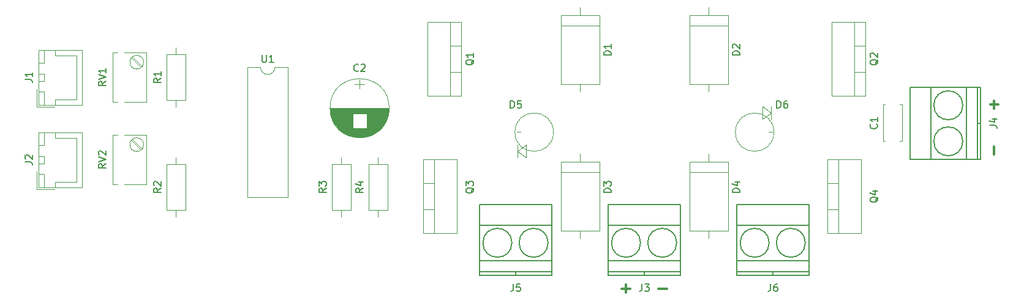
<source format=gto>
G04 #@! TF.FileFunction,Legend,Top*
%FSLAX46Y46*%
G04 Gerber Fmt 4.6, Leading zero omitted, Abs format (unit mm)*
G04 Created by KiCad (PCBNEW 4.0.7+dfsg1-1) date Sat Dec  2 04:05:33 2017*
%MOMM*%
%LPD*%
G01*
G04 APERTURE LIST*
%ADD10C,0.100000*%
%ADD11C,0.300000*%
%ADD12C,0.150000*%
%ADD13C,0.120000*%
G04 APERTURE END LIST*
D10*
D11*
X113728572Y-71227143D02*
X114871429Y-71227143D01*
X108648572Y-71227143D02*
X109791429Y-71227143D01*
X109220000Y-71798571D02*
X109220000Y-70655714D01*
X160127143Y-52641428D02*
X160127143Y-51498571D01*
X160127143Y-46291428D02*
X160127143Y-45148571D01*
X160698571Y-45720000D02*
X159555714Y-45720000D01*
D12*
X129500000Y-68870000D02*
X129500000Y-69370000D01*
X134000000Y-64870000D02*
G75*
G03X134000000Y-64870000I-2000000J0D01*
G01*
X129000000Y-64870000D02*
G75*
G03X129000000Y-64870000I-2000000J0D01*
G01*
X124500000Y-67370000D02*
X134500000Y-67370000D01*
X124500000Y-62470000D02*
X134500000Y-62470000D01*
X124500000Y-68870000D02*
X134500000Y-68870000D01*
X124500000Y-69370000D02*
X134500000Y-69370000D01*
X134500000Y-69370000D02*
X134500000Y-59570000D01*
X134500000Y-59570000D02*
X124500000Y-59570000D01*
X124500000Y-59570000D02*
X124500000Y-69370000D01*
D13*
X58690000Y-40520000D02*
X56920000Y-40520000D01*
X56920000Y-40520000D02*
X56920000Y-58540000D01*
X56920000Y-58540000D02*
X62460000Y-58540000D01*
X62460000Y-58540000D02*
X62460000Y-40520000D01*
X62460000Y-40520000D02*
X60690000Y-40520000D01*
X60690000Y-40520000D02*
G75*
G02X58690000Y-40520000I-1000000J0D01*
G01*
D12*
X157770000Y-48300000D02*
X158270000Y-48300000D01*
X155770000Y-45800000D02*
G75*
G03X155770000Y-45800000I-2000000J0D01*
G01*
X155770000Y-50800000D02*
G75*
G03X155770000Y-50800000I-2000000J0D01*
G01*
X156270000Y-53300000D02*
X156270000Y-43300000D01*
X151370000Y-53300000D02*
X151370000Y-43300000D01*
X157770000Y-53300000D02*
X157770000Y-43300000D01*
X158270000Y-53300000D02*
X158270000Y-43300000D01*
X158270000Y-43300000D02*
X148470000Y-43300000D01*
X148470000Y-43300000D02*
X148470000Y-53300000D01*
X148470000Y-53300000D02*
X158270000Y-53300000D01*
D13*
X147360000Y-45660000D02*
X147360000Y-50780000D01*
X144740000Y-45660000D02*
X144740000Y-50780000D01*
X147360000Y-45660000D02*
X147046000Y-45660000D01*
X145054000Y-45660000D02*
X144740000Y-45660000D01*
X147360000Y-50780000D02*
X147046000Y-50780000D01*
X145054000Y-50780000D02*
X144740000Y-50780000D01*
X76480000Y-46200000D02*
G75*
G03X76480000Y-46200000I-4090000J0D01*
G01*
X76440000Y-46200000D02*
X68340000Y-46200000D01*
X76440000Y-46240000D02*
X68340000Y-46240000D01*
X76440000Y-46280000D02*
X68340000Y-46280000D01*
X76439000Y-46320000D02*
X68341000Y-46320000D01*
X76437000Y-46360000D02*
X68343000Y-46360000D01*
X76436000Y-46400000D02*
X68344000Y-46400000D01*
X76433000Y-46440000D02*
X68347000Y-46440000D01*
X76431000Y-46480000D02*
X68349000Y-46480000D01*
X76428000Y-46520000D02*
X68352000Y-46520000D01*
X76425000Y-46560000D02*
X68355000Y-46560000D01*
X76421000Y-46600000D02*
X68359000Y-46600000D01*
X76417000Y-46640000D02*
X68363000Y-46640000D01*
X76412000Y-46680000D02*
X68368000Y-46680000D01*
X76407000Y-46720000D02*
X68373000Y-46720000D01*
X76402000Y-46760000D02*
X68378000Y-46760000D01*
X76396000Y-46800000D02*
X68384000Y-46800000D01*
X76390000Y-46840000D02*
X68390000Y-46840000D01*
X76384000Y-46880000D02*
X68396000Y-46880000D01*
X76377000Y-46921000D02*
X68403000Y-46921000D01*
X76369000Y-46961000D02*
X68411000Y-46961000D01*
X76361000Y-47001000D02*
X73370000Y-47001000D01*
X71410000Y-47001000D02*
X68419000Y-47001000D01*
X76353000Y-47041000D02*
X73370000Y-47041000D01*
X71410000Y-47041000D02*
X68427000Y-47041000D01*
X76345000Y-47081000D02*
X73370000Y-47081000D01*
X71410000Y-47081000D02*
X68435000Y-47081000D01*
X76336000Y-47121000D02*
X73370000Y-47121000D01*
X71410000Y-47121000D02*
X68444000Y-47121000D01*
X76326000Y-47161000D02*
X73370000Y-47161000D01*
X71410000Y-47161000D02*
X68454000Y-47161000D01*
X76316000Y-47201000D02*
X73370000Y-47201000D01*
X71410000Y-47201000D02*
X68464000Y-47201000D01*
X76306000Y-47241000D02*
X73370000Y-47241000D01*
X71410000Y-47241000D02*
X68474000Y-47241000D01*
X76295000Y-47281000D02*
X73370000Y-47281000D01*
X71410000Y-47281000D02*
X68485000Y-47281000D01*
X76284000Y-47321000D02*
X73370000Y-47321000D01*
X71410000Y-47321000D02*
X68496000Y-47321000D01*
X76273000Y-47361000D02*
X73370000Y-47361000D01*
X71410000Y-47361000D02*
X68507000Y-47361000D01*
X76260000Y-47401000D02*
X73370000Y-47401000D01*
X71410000Y-47401000D02*
X68520000Y-47401000D01*
X76248000Y-47441000D02*
X73370000Y-47441000D01*
X71410000Y-47441000D02*
X68532000Y-47441000D01*
X76235000Y-47481000D02*
X73370000Y-47481000D01*
X71410000Y-47481000D02*
X68545000Y-47481000D01*
X76222000Y-47521000D02*
X73370000Y-47521000D01*
X71410000Y-47521000D02*
X68558000Y-47521000D01*
X76208000Y-47561000D02*
X73370000Y-47561000D01*
X71410000Y-47561000D02*
X68572000Y-47561000D01*
X76193000Y-47601000D02*
X73370000Y-47601000D01*
X71410000Y-47601000D02*
X68587000Y-47601000D01*
X76179000Y-47641000D02*
X73370000Y-47641000D01*
X71410000Y-47641000D02*
X68601000Y-47641000D01*
X76163000Y-47681000D02*
X73370000Y-47681000D01*
X71410000Y-47681000D02*
X68617000Y-47681000D01*
X76148000Y-47721000D02*
X73370000Y-47721000D01*
X71410000Y-47721000D02*
X68632000Y-47721000D01*
X76131000Y-47761000D02*
X73370000Y-47761000D01*
X71410000Y-47761000D02*
X68649000Y-47761000D01*
X76115000Y-47801000D02*
X73370000Y-47801000D01*
X71410000Y-47801000D02*
X68665000Y-47801000D01*
X76097000Y-47841000D02*
X73370000Y-47841000D01*
X71410000Y-47841000D02*
X68683000Y-47841000D01*
X76080000Y-47881000D02*
X73370000Y-47881000D01*
X71410000Y-47881000D02*
X68700000Y-47881000D01*
X76061000Y-47921000D02*
X73370000Y-47921000D01*
X71410000Y-47921000D02*
X68719000Y-47921000D01*
X76042000Y-47961000D02*
X73370000Y-47961000D01*
X71410000Y-47961000D02*
X68738000Y-47961000D01*
X76023000Y-48001000D02*
X73370000Y-48001000D01*
X71410000Y-48001000D02*
X68757000Y-48001000D01*
X76003000Y-48041000D02*
X73370000Y-48041000D01*
X71410000Y-48041000D02*
X68777000Y-48041000D01*
X75983000Y-48081000D02*
X73370000Y-48081000D01*
X71410000Y-48081000D02*
X68797000Y-48081000D01*
X75962000Y-48121000D02*
X73370000Y-48121000D01*
X71410000Y-48121000D02*
X68818000Y-48121000D01*
X75940000Y-48161000D02*
X73370000Y-48161000D01*
X71410000Y-48161000D02*
X68840000Y-48161000D01*
X75918000Y-48201000D02*
X73370000Y-48201000D01*
X71410000Y-48201000D02*
X68862000Y-48201000D01*
X75895000Y-48241000D02*
X73370000Y-48241000D01*
X71410000Y-48241000D02*
X68885000Y-48241000D01*
X75872000Y-48281000D02*
X73370000Y-48281000D01*
X71410000Y-48281000D02*
X68908000Y-48281000D01*
X75848000Y-48321000D02*
X73370000Y-48321000D01*
X71410000Y-48321000D02*
X68932000Y-48321000D01*
X75824000Y-48361000D02*
X73370000Y-48361000D01*
X71410000Y-48361000D02*
X68956000Y-48361000D01*
X75798000Y-48401000D02*
X73370000Y-48401000D01*
X71410000Y-48401000D02*
X68982000Y-48401000D01*
X75773000Y-48441000D02*
X73370000Y-48441000D01*
X71410000Y-48441000D02*
X69007000Y-48441000D01*
X75746000Y-48481000D02*
X73370000Y-48481000D01*
X71410000Y-48481000D02*
X69034000Y-48481000D01*
X75719000Y-48521000D02*
X73370000Y-48521000D01*
X71410000Y-48521000D02*
X69061000Y-48521000D01*
X75691000Y-48561000D02*
X73370000Y-48561000D01*
X71410000Y-48561000D02*
X69089000Y-48561000D01*
X75662000Y-48601000D02*
X73370000Y-48601000D01*
X71410000Y-48601000D02*
X69118000Y-48601000D01*
X75633000Y-48641000D02*
X73370000Y-48641000D01*
X71410000Y-48641000D02*
X69147000Y-48641000D01*
X75603000Y-48681000D02*
X73370000Y-48681000D01*
X71410000Y-48681000D02*
X69177000Y-48681000D01*
X75572000Y-48721000D02*
X73370000Y-48721000D01*
X71410000Y-48721000D02*
X69208000Y-48721000D01*
X75540000Y-48761000D02*
X73370000Y-48761000D01*
X71410000Y-48761000D02*
X69240000Y-48761000D01*
X75508000Y-48801000D02*
X73370000Y-48801000D01*
X71410000Y-48801000D02*
X69272000Y-48801000D01*
X75474000Y-48841000D02*
X73370000Y-48841000D01*
X71410000Y-48841000D02*
X69306000Y-48841000D01*
X75440000Y-48881000D02*
X73370000Y-48881000D01*
X71410000Y-48881000D02*
X69340000Y-48881000D01*
X75405000Y-48921000D02*
X73370000Y-48921000D01*
X71410000Y-48921000D02*
X69375000Y-48921000D01*
X75369000Y-48961000D02*
X69411000Y-48961000D01*
X75332000Y-49001000D02*
X69448000Y-49001000D01*
X75294000Y-49041000D02*
X69486000Y-49041000D01*
X75255000Y-49081000D02*
X69525000Y-49081000D01*
X75214000Y-49121000D02*
X69566000Y-49121000D01*
X75173000Y-49161000D02*
X69607000Y-49161000D01*
X75130000Y-49201000D02*
X69650000Y-49201000D01*
X75087000Y-49241000D02*
X69693000Y-49241000D01*
X75042000Y-49281000D02*
X69738000Y-49281000D01*
X74995000Y-49321000D02*
X69785000Y-49321000D01*
X74947000Y-49361000D02*
X69833000Y-49361000D01*
X74898000Y-49401000D02*
X69882000Y-49401000D01*
X74847000Y-49441000D02*
X69933000Y-49441000D01*
X74794000Y-49481000D02*
X69986000Y-49481000D01*
X74739000Y-49521000D02*
X70041000Y-49521000D01*
X74683000Y-49561000D02*
X70097000Y-49561000D01*
X74624000Y-49601000D02*
X70156000Y-49601000D01*
X74563000Y-49641000D02*
X70217000Y-49641000D01*
X74499000Y-49681000D02*
X70281000Y-49681000D01*
X74433000Y-49721000D02*
X70347000Y-49721000D01*
X74364000Y-49761000D02*
X70416000Y-49761000D01*
X74292000Y-49801000D02*
X70488000Y-49801000D01*
X74216000Y-49841000D02*
X70564000Y-49841000D01*
X74135000Y-49881000D02*
X70645000Y-49881000D01*
X74050000Y-49921000D02*
X70730000Y-49921000D01*
X73960000Y-49961000D02*
X70820000Y-49961000D01*
X73863000Y-50001000D02*
X70917000Y-50001000D01*
X73759000Y-50041000D02*
X71021000Y-50041000D01*
X73644000Y-50081000D02*
X71136000Y-50081000D01*
X73517000Y-50121000D02*
X71263000Y-50121000D01*
X73373000Y-50161000D02*
X71407000Y-50161000D01*
X73204000Y-50201000D02*
X71576000Y-50201000D01*
X72988000Y-50241000D02*
X71792000Y-50241000D01*
X72636000Y-50281000D02*
X72144000Y-50281000D01*
X72390000Y-42250000D02*
X72390000Y-43450000D01*
X73040000Y-42850000D02*
X71740000Y-42850000D01*
D12*
X111720000Y-68870000D02*
X111720000Y-69370000D01*
X116220000Y-64870000D02*
G75*
G03X116220000Y-64870000I-2000000J0D01*
G01*
X111220000Y-64870000D02*
G75*
G03X111220000Y-64870000I-2000000J0D01*
G01*
X106720000Y-67370000D02*
X116720000Y-67370000D01*
X106720000Y-62470000D02*
X116720000Y-62470000D01*
X106720000Y-68870000D02*
X116720000Y-68870000D01*
X106720000Y-69370000D02*
X116720000Y-69370000D01*
X116720000Y-69370000D02*
X116720000Y-59570000D01*
X116720000Y-59570000D02*
X106720000Y-59570000D01*
X106720000Y-59570000D02*
X106720000Y-69370000D01*
D13*
X86440000Y-34250000D02*
X86440000Y-44490000D01*
X81799000Y-34250000D02*
X81799000Y-44490000D01*
X86440000Y-34250000D02*
X81799000Y-34250000D01*
X86440000Y-44490000D02*
X81799000Y-44490000D01*
X84930000Y-34250000D02*
X84930000Y-44490000D01*
X86440000Y-37520000D02*
X84930000Y-37520000D01*
X86440000Y-41221000D02*
X84930000Y-41221000D01*
X142320000Y-34250000D02*
X142320000Y-44490000D01*
X137679000Y-34250000D02*
X137679000Y-44490000D01*
X142320000Y-34250000D02*
X137679000Y-34250000D01*
X142320000Y-44490000D02*
X137679000Y-44490000D01*
X140810000Y-34250000D02*
X140810000Y-44490000D01*
X142320000Y-37520000D02*
X140810000Y-37520000D01*
X142320000Y-41221000D02*
X140810000Y-41221000D01*
X81200000Y-63540000D02*
X81200000Y-53300000D01*
X85841000Y-63540000D02*
X85841000Y-53300000D01*
X81200000Y-63540000D02*
X85841000Y-63540000D01*
X81200000Y-53300000D02*
X85841000Y-53300000D01*
X82710000Y-63540000D02*
X82710000Y-53300000D01*
X81200000Y-60270000D02*
X82710000Y-60270000D01*
X81200000Y-56569000D02*
X82710000Y-56569000D01*
X137080000Y-63540000D02*
X137080000Y-53300000D01*
X141721000Y-63540000D02*
X141721000Y-53300000D01*
X137080000Y-63540000D02*
X141721000Y-63540000D01*
X137080000Y-53300000D02*
X141721000Y-53300000D01*
X138590000Y-63540000D02*
X138590000Y-53300000D01*
X137080000Y-60270000D02*
X138590000Y-60270000D01*
X137080000Y-56569000D02*
X138590000Y-56569000D01*
X48300000Y-38700000D02*
X45680000Y-38700000D01*
X45680000Y-38700000D02*
X45680000Y-45120000D01*
X45680000Y-45120000D02*
X48300000Y-45120000D01*
X48300000Y-45120000D02*
X48300000Y-38700000D01*
X46990000Y-37810000D02*
X46990000Y-38700000D01*
X46990000Y-46010000D02*
X46990000Y-45120000D01*
X48300000Y-53940000D02*
X45680000Y-53940000D01*
X45680000Y-53940000D02*
X45680000Y-60360000D01*
X45680000Y-60360000D02*
X48300000Y-60360000D01*
X48300000Y-60360000D02*
X48300000Y-53940000D01*
X46990000Y-53050000D02*
X46990000Y-53940000D01*
X46990000Y-61250000D02*
X46990000Y-60360000D01*
X68540000Y-60360000D02*
X71160000Y-60360000D01*
X71160000Y-60360000D02*
X71160000Y-53940000D01*
X71160000Y-53940000D02*
X68540000Y-53940000D01*
X68540000Y-53940000D02*
X68540000Y-60360000D01*
X69850000Y-61250000D02*
X69850000Y-60360000D01*
X69850000Y-53050000D02*
X69850000Y-53940000D01*
X76240000Y-53940000D02*
X73620000Y-53940000D01*
X73620000Y-53940000D02*
X73620000Y-60360000D01*
X73620000Y-60360000D02*
X76240000Y-60360000D01*
X76240000Y-60360000D02*
X76240000Y-53940000D01*
X74930000Y-53050000D02*
X74930000Y-53940000D01*
X74930000Y-61250000D02*
X74930000Y-60360000D01*
X42530000Y-39825000D02*
G75*
G03X42530000Y-39825000I-950000J0D01*
G01*
X38290000Y-45325000D02*
X38290000Y-38495000D01*
X42910000Y-45325000D02*
X42910000Y-38495000D01*
X38290000Y-45325000D02*
X38905000Y-45325000D01*
X39835000Y-45325000D02*
X42910000Y-45325000D01*
X38290000Y-38495000D02*
X38905000Y-38495000D01*
X39835000Y-38495000D02*
X42910000Y-38495000D01*
X40976000Y-39104000D02*
X42301000Y-40429000D01*
X40860000Y-39220000D02*
X42185000Y-40545000D01*
X42530000Y-51255000D02*
G75*
G03X42530000Y-51255000I-950000J0D01*
G01*
X38290000Y-56755000D02*
X38290000Y-49925000D01*
X42910000Y-56755000D02*
X42910000Y-49925000D01*
X38290000Y-56755000D02*
X38905000Y-56755000D01*
X39835000Y-56755000D02*
X42910000Y-56755000D01*
X38290000Y-49925000D02*
X38905000Y-49925000D01*
X39835000Y-49925000D02*
X42910000Y-49925000D01*
X40976000Y-50534000D02*
X42301000Y-51859000D01*
X40860000Y-50650000D02*
X42185000Y-51975000D01*
D12*
X93940000Y-68870000D02*
X93940000Y-69370000D01*
X98440000Y-64870000D02*
G75*
G03X98440000Y-64870000I-2000000J0D01*
G01*
X93440000Y-64870000D02*
G75*
G03X93440000Y-64870000I-2000000J0D01*
G01*
X88940000Y-67370000D02*
X98940000Y-67370000D01*
X88940000Y-62470000D02*
X98940000Y-62470000D01*
X88940000Y-68870000D02*
X98940000Y-68870000D01*
X88940000Y-69370000D02*
X98940000Y-69370000D01*
X98940000Y-69370000D02*
X98940000Y-59570000D01*
X98940000Y-59570000D02*
X88940000Y-59570000D01*
X88940000Y-59570000D02*
X88940000Y-69370000D01*
D13*
X28030000Y-45730000D02*
X33980000Y-45730000D01*
X33980000Y-45730000D02*
X33980000Y-38130000D01*
X33980000Y-38130000D02*
X28030000Y-38130000D01*
X28030000Y-38130000D02*
X28030000Y-45730000D01*
X28030000Y-42430000D02*
X28780000Y-42430000D01*
X28780000Y-42430000D02*
X28780000Y-41430000D01*
X28780000Y-41430000D02*
X28030000Y-41430000D01*
X28030000Y-41430000D02*
X28030000Y-42430000D01*
X28030000Y-45730000D02*
X28780000Y-45730000D01*
X28780000Y-45730000D02*
X28780000Y-43930000D01*
X28780000Y-43930000D02*
X28030000Y-43930000D01*
X28030000Y-43930000D02*
X28030000Y-45730000D01*
X28030000Y-39930000D02*
X28780000Y-39930000D01*
X28780000Y-39930000D02*
X28780000Y-38130000D01*
X28780000Y-38130000D02*
X28030000Y-38130000D01*
X28030000Y-38130000D02*
X28030000Y-39930000D01*
X30280000Y-45730000D02*
X30280000Y-44980000D01*
X30280000Y-44980000D02*
X33230000Y-44980000D01*
X33230000Y-44980000D02*
X33230000Y-41930000D01*
X30280000Y-38130000D02*
X30280000Y-38880000D01*
X30280000Y-38880000D02*
X33230000Y-38880000D01*
X33230000Y-38880000D02*
X33230000Y-41930000D01*
X27730000Y-43530000D02*
X27730000Y-46030000D01*
X27730000Y-46030000D02*
X30230000Y-46030000D01*
X28030000Y-57160000D02*
X33980000Y-57160000D01*
X33980000Y-57160000D02*
X33980000Y-49560000D01*
X33980000Y-49560000D02*
X28030000Y-49560000D01*
X28030000Y-49560000D02*
X28030000Y-57160000D01*
X28030000Y-53860000D02*
X28780000Y-53860000D01*
X28780000Y-53860000D02*
X28780000Y-52860000D01*
X28780000Y-52860000D02*
X28030000Y-52860000D01*
X28030000Y-52860000D02*
X28030000Y-53860000D01*
X28030000Y-57160000D02*
X28780000Y-57160000D01*
X28780000Y-57160000D02*
X28780000Y-55360000D01*
X28780000Y-55360000D02*
X28030000Y-55360000D01*
X28030000Y-55360000D02*
X28030000Y-57160000D01*
X28030000Y-51360000D02*
X28780000Y-51360000D01*
X28780000Y-51360000D02*
X28780000Y-49560000D01*
X28780000Y-49560000D02*
X28030000Y-49560000D01*
X28030000Y-49560000D02*
X28030000Y-51360000D01*
X30280000Y-57160000D02*
X30280000Y-56410000D01*
X30280000Y-56410000D02*
X33230000Y-56410000D01*
X33230000Y-56410000D02*
X33230000Y-53360000D01*
X30280000Y-49560000D02*
X30280000Y-50310000D01*
X30280000Y-50310000D02*
X33230000Y-50310000D01*
X33230000Y-50310000D02*
X33230000Y-53360000D01*
X27730000Y-54960000D02*
X27730000Y-57460000D01*
X27730000Y-57460000D02*
X30230000Y-57460000D01*
X94100000Y-49530000D02*
X94620000Y-49530000D01*
X94234000Y-51310000D02*
X94234000Y-53088000D01*
X94234000Y-52199000D02*
X95419333Y-51310000D01*
X95419333Y-51310000D02*
X95419333Y-53088000D01*
X95419333Y-53088000D02*
X94234000Y-52199000D01*
X99180000Y-49530000D02*
G75*
G03X99180000Y-49530000I-2660000J0D01*
G01*
X129420000Y-49530000D02*
X128900000Y-49530000D01*
X129286000Y-47750000D02*
X129286000Y-45972000D01*
X129286000Y-46861000D02*
X128100667Y-47750000D01*
X128100667Y-47750000D02*
X128100667Y-45972000D01*
X128100667Y-45972000D02*
X129286000Y-46861000D01*
X129660000Y-49530000D02*
G75*
G03X129660000Y-49530000I-2660000J0D01*
G01*
X105530000Y-33290000D02*
X100210000Y-33290000D01*
X100210000Y-33290000D02*
X100210000Y-42910000D01*
X100210000Y-42910000D02*
X105530000Y-42910000D01*
X105530000Y-42910000D02*
X105530000Y-33290000D01*
X102870000Y-32260000D02*
X102870000Y-33290000D01*
X102870000Y-43940000D02*
X102870000Y-42910000D01*
X105530000Y-34775000D02*
X100210000Y-34775000D01*
X123310000Y-33290000D02*
X117990000Y-33290000D01*
X117990000Y-33290000D02*
X117990000Y-42910000D01*
X117990000Y-42910000D02*
X123310000Y-42910000D01*
X123310000Y-42910000D02*
X123310000Y-33290000D01*
X120650000Y-32260000D02*
X120650000Y-33290000D01*
X120650000Y-43940000D02*
X120650000Y-42910000D01*
X123310000Y-34775000D02*
X117990000Y-34775000D01*
X105530000Y-53610000D02*
X100210000Y-53610000D01*
X100210000Y-53610000D02*
X100210000Y-63230000D01*
X100210000Y-63230000D02*
X105530000Y-63230000D01*
X105530000Y-63230000D02*
X105530000Y-53610000D01*
X102870000Y-52580000D02*
X102870000Y-53610000D01*
X102870000Y-64260000D02*
X102870000Y-63230000D01*
X105530000Y-55095000D02*
X100210000Y-55095000D01*
X123310000Y-53610000D02*
X117990000Y-53610000D01*
X117990000Y-53610000D02*
X117990000Y-63230000D01*
X117990000Y-63230000D02*
X123310000Y-63230000D01*
X123310000Y-63230000D02*
X123310000Y-53610000D01*
X120650000Y-52580000D02*
X120650000Y-53610000D01*
X120650000Y-64260000D02*
X120650000Y-63230000D01*
X123310000Y-55095000D02*
X117990000Y-55095000D01*
D12*
X129206667Y-70572381D02*
X129206667Y-71286667D01*
X129159047Y-71429524D01*
X129063809Y-71524762D01*
X128920952Y-71572381D01*
X128825714Y-71572381D01*
X130111429Y-70572381D02*
X129920952Y-70572381D01*
X129825714Y-70620000D01*
X129778095Y-70667619D01*
X129682857Y-70810476D01*
X129635238Y-71000952D01*
X129635238Y-71381905D01*
X129682857Y-71477143D01*
X129730476Y-71524762D01*
X129825714Y-71572381D01*
X130016191Y-71572381D01*
X130111429Y-71524762D01*
X130159048Y-71477143D01*
X130206667Y-71381905D01*
X130206667Y-71143810D01*
X130159048Y-71048571D01*
X130111429Y-71000952D01*
X130016191Y-70953333D01*
X129825714Y-70953333D01*
X129730476Y-71000952D01*
X129682857Y-71048571D01*
X129635238Y-71143810D01*
X58928095Y-38822381D02*
X58928095Y-39631905D01*
X58975714Y-39727143D01*
X59023333Y-39774762D01*
X59118571Y-39822381D01*
X59309048Y-39822381D01*
X59404286Y-39774762D01*
X59451905Y-39727143D01*
X59499524Y-39631905D01*
X59499524Y-38822381D01*
X60499524Y-39822381D02*
X59928095Y-39822381D01*
X60213809Y-39822381D02*
X60213809Y-38822381D01*
X60118571Y-38965238D01*
X60023333Y-39060476D01*
X59928095Y-39108095D01*
X159472381Y-48593333D02*
X160186667Y-48593333D01*
X160329524Y-48640953D01*
X160424762Y-48736191D01*
X160472381Y-48879048D01*
X160472381Y-48974286D01*
X159805714Y-47688571D02*
X160472381Y-47688571D01*
X159424762Y-47926667D02*
X160139048Y-48164762D01*
X160139048Y-47545714D01*
X143867143Y-48426666D02*
X143914762Y-48474285D01*
X143962381Y-48617142D01*
X143962381Y-48712380D01*
X143914762Y-48855238D01*
X143819524Y-48950476D01*
X143724286Y-48998095D01*
X143533810Y-49045714D01*
X143390952Y-49045714D01*
X143200476Y-48998095D01*
X143105238Y-48950476D01*
X143010000Y-48855238D01*
X142962381Y-48712380D01*
X142962381Y-48617142D01*
X143010000Y-48474285D01*
X143057619Y-48426666D01*
X143962381Y-47474285D02*
X143962381Y-48045714D01*
X143962381Y-47760000D02*
X142962381Y-47760000D01*
X143105238Y-47855238D01*
X143200476Y-47950476D01*
X143248095Y-48045714D01*
X72223334Y-40997143D02*
X72175715Y-41044762D01*
X72032858Y-41092381D01*
X71937620Y-41092381D01*
X71794762Y-41044762D01*
X71699524Y-40949524D01*
X71651905Y-40854286D01*
X71604286Y-40663810D01*
X71604286Y-40520952D01*
X71651905Y-40330476D01*
X71699524Y-40235238D01*
X71794762Y-40140000D01*
X71937620Y-40092381D01*
X72032858Y-40092381D01*
X72175715Y-40140000D01*
X72223334Y-40187619D01*
X72604286Y-40187619D02*
X72651905Y-40140000D01*
X72747143Y-40092381D01*
X72985239Y-40092381D01*
X73080477Y-40140000D01*
X73128096Y-40187619D01*
X73175715Y-40282857D01*
X73175715Y-40378095D01*
X73128096Y-40520952D01*
X72556667Y-41092381D01*
X73175715Y-41092381D01*
X111426667Y-70572381D02*
X111426667Y-71286667D01*
X111379047Y-71429524D01*
X111283809Y-71524762D01*
X111140952Y-71572381D01*
X111045714Y-71572381D01*
X111807619Y-70572381D02*
X112426667Y-70572381D01*
X112093333Y-70953333D01*
X112236191Y-70953333D01*
X112331429Y-71000952D01*
X112379048Y-71048571D01*
X112426667Y-71143810D01*
X112426667Y-71381905D01*
X112379048Y-71477143D01*
X112331429Y-71524762D01*
X112236191Y-71572381D01*
X111950476Y-71572381D01*
X111855238Y-71524762D01*
X111807619Y-71477143D01*
X88177619Y-39465238D02*
X88130000Y-39560476D01*
X88034762Y-39655714D01*
X87891905Y-39798571D01*
X87844286Y-39893810D01*
X87844286Y-39989048D01*
X88082381Y-39941429D02*
X88034762Y-40036667D01*
X87939524Y-40131905D01*
X87749048Y-40179524D01*
X87415714Y-40179524D01*
X87225238Y-40131905D01*
X87130000Y-40036667D01*
X87082381Y-39941429D01*
X87082381Y-39750952D01*
X87130000Y-39655714D01*
X87225238Y-39560476D01*
X87415714Y-39512857D01*
X87749048Y-39512857D01*
X87939524Y-39560476D01*
X88034762Y-39655714D01*
X88082381Y-39750952D01*
X88082381Y-39941429D01*
X88082381Y-38560476D02*
X88082381Y-39131905D01*
X88082381Y-38846191D02*
X87082381Y-38846191D01*
X87225238Y-38941429D01*
X87320476Y-39036667D01*
X87368095Y-39131905D01*
X144057619Y-39465238D02*
X144010000Y-39560476D01*
X143914762Y-39655714D01*
X143771905Y-39798571D01*
X143724286Y-39893810D01*
X143724286Y-39989048D01*
X143962381Y-39941429D02*
X143914762Y-40036667D01*
X143819524Y-40131905D01*
X143629048Y-40179524D01*
X143295714Y-40179524D01*
X143105238Y-40131905D01*
X143010000Y-40036667D01*
X142962381Y-39941429D01*
X142962381Y-39750952D01*
X143010000Y-39655714D01*
X143105238Y-39560476D01*
X143295714Y-39512857D01*
X143629048Y-39512857D01*
X143819524Y-39560476D01*
X143914762Y-39655714D01*
X143962381Y-39750952D01*
X143962381Y-39941429D01*
X143057619Y-39131905D02*
X143010000Y-39084286D01*
X142962381Y-38989048D01*
X142962381Y-38750952D01*
X143010000Y-38655714D01*
X143057619Y-38608095D01*
X143152857Y-38560476D01*
X143248095Y-38560476D01*
X143390952Y-38608095D01*
X143962381Y-39179524D01*
X143962381Y-38560476D01*
X88177619Y-57245238D02*
X88130000Y-57340476D01*
X88034762Y-57435714D01*
X87891905Y-57578571D01*
X87844286Y-57673810D01*
X87844286Y-57769048D01*
X88082381Y-57721429D02*
X88034762Y-57816667D01*
X87939524Y-57911905D01*
X87749048Y-57959524D01*
X87415714Y-57959524D01*
X87225238Y-57911905D01*
X87130000Y-57816667D01*
X87082381Y-57721429D01*
X87082381Y-57530952D01*
X87130000Y-57435714D01*
X87225238Y-57340476D01*
X87415714Y-57292857D01*
X87749048Y-57292857D01*
X87939524Y-57340476D01*
X88034762Y-57435714D01*
X88082381Y-57530952D01*
X88082381Y-57721429D01*
X87082381Y-56959524D02*
X87082381Y-56340476D01*
X87463333Y-56673810D01*
X87463333Y-56530952D01*
X87510952Y-56435714D01*
X87558571Y-56388095D01*
X87653810Y-56340476D01*
X87891905Y-56340476D01*
X87987143Y-56388095D01*
X88034762Y-56435714D01*
X88082381Y-56530952D01*
X88082381Y-56816667D01*
X88034762Y-56911905D01*
X87987143Y-56959524D01*
X144057619Y-58515238D02*
X144010000Y-58610476D01*
X143914762Y-58705714D01*
X143771905Y-58848571D01*
X143724286Y-58943810D01*
X143724286Y-59039048D01*
X143962381Y-58991429D02*
X143914762Y-59086667D01*
X143819524Y-59181905D01*
X143629048Y-59229524D01*
X143295714Y-59229524D01*
X143105238Y-59181905D01*
X143010000Y-59086667D01*
X142962381Y-58991429D01*
X142962381Y-58800952D01*
X143010000Y-58705714D01*
X143105238Y-58610476D01*
X143295714Y-58562857D01*
X143629048Y-58562857D01*
X143819524Y-58610476D01*
X143914762Y-58705714D01*
X143962381Y-58800952D01*
X143962381Y-58991429D01*
X143295714Y-57705714D02*
X143962381Y-57705714D01*
X142914762Y-57943810D02*
X143629048Y-58181905D01*
X143629048Y-57562857D01*
X44902381Y-42076666D02*
X44426190Y-42410000D01*
X44902381Y-42648095D02*
X43902381Y-42648095D01*
X43902381Y-42267142D01*
X43950000Y-42171904D01*
X43997619Y-42124285D01*
X44092857Y-42076666D01*
X44235714Y-42076666D01*
X44330952Y-42124285D01*
X44378571Y-42171904D01*
X44426190Y-42267142D01*
X44426190Y-42648095D01*
X44902381Y-41124285D02*
X44902381Y-41695714D01*
X44902381Y-41410000D02*
X43902381Y-41410000D01*
X44045238Y-41505238D01*
X44140476Y-41600476D01*
X44188095Y-41695714D01*
X44902381Y-57316666D02*
X44426190Y-57650000D01*
X44902381Y-57888095D02*
X43902381Y-57888095D01*
X43902381Y-57507142D01*
X43950000Y-57411904D01*
X43997619Y-57364285D01*
X44092857Y-57316666D01*
X44235714Y-57316666D01*
X44330952Y-57364285D01*
X44378571Y-57411904D01*
X44426190Y-57507142D01*
X44426190Y-57888095D01*
X43997619Y-56935714D02*
X43950000Y-56888095D01*
X43902381Y-56792857D01*
X43902381Y-56554761D01*
X43950000Y-56459523D01*
X43997619Y-56411904D01*
X44092857Y-56364285D01*
X44188095Y-56364285D01*
X44330952Y-56411904D01*
X44902381Y-56983333D01*
X44902381Y-56364285D01*
X67762381Y-57316666D02*
X67286190Y-57650000D01*
X67762381Y-57888095D02*
X66762381Y-57888095D01*
X66762381Y-57507142D01*
X66810000Y-57411904D01*
X66857619Y-57364285D01*
X66952857Y-57316666D01*
X67095714Y-57316666D01*
X67190952Y-57364285D01*
X67238571Y-57411904D01*
X67286190Y-57507142D01*
X67286190Y-57888095D01*
X66762381Y-56983333D02*
X66762381Y-56364285D01*
X67143333Y-56697619D01*
X67143333Y-56554761D01*
X67190952Y-56459523D01*
X67238571Y-56411904D01*
X67333810Y-56364285D01*
X67571905Y-56364285D01*
X67667143Y-56411904D01*
X67714762Y-56459523D01*
X67762381Y-56554761D01*
X67762381Y-56840476D01*
X67714762Y-56935714D01*
X67667143Y-56983333D01*
X72842381Y-57316666D02*
X72366190Y-57650000D01*
X72842381Y-57888095D02*
X71842381Y-57888095D01*
X71842381Y-57507142D01*
X71890000Y-57411904D01*
X71937619Y-57364285D01*
X72032857Y-57316666D01*
X72175714Y-57316666D01*
X72270952Y-57364285D01*
X72318571Y-57411904D01*
X72366190Y-57507142D01*
X72366190Y-57888095D01*
X72175714Y-56459523D02*
X72842381Y-56459523D01*
X71794762Y-56697619D02*
X72509048Y-56935714D01*
X72509048Y-56316666D01*
X37282381Y-42505238D02*
X36806190Y-42838572D01*
X37282381Y-43076667D02*
X36282381Y-43076667D01*
X36282381Y-42695714D01*
X36330000Y-42600476D01*
X36377619Y-42552857D01*
X36472857Y-42505238D01*
X36615714Y-42505238D01*
X36710952Y-42552857D01*
X36758571Y-42600476D01*
X36806190Y-42695714D01*
X36806190Y-43076667D01*
X36282381Y-42219524D02*
X37282381Y-41886191D01*
X36282381Y-41552857D01*
X37282381Y-40695714D02*
X37282381Y-41267143D01*
X37282381Y-40981429D02*
X36282381Y-40981429D01*
X36425238Y-41076667D01*
X36520476Y-41171905D01*
X36568095Y-41267143D01*
X37282381Y-53935238D02*
X36806190Y-54268572D01*
X37282381Y-54506667D02*
X36282381Y-54506667D01*
X36282381Y-54125714D01*
X36330000Y-54030476D01*
X36377619Y-53982857D01*
X36472857Y-53935238D01*
X36615714Y-53935238D01*
X36710952Y-53982857D01*
X36758571Y-54030476D01*
X36806190Y-54125714D01*
X36806190Y-54506667D01*
X36282381Y-53649524D02*
X37282381Y-53316191D01*
X36282381Y-52982857D01*
X36377619Y-52697143D02*
X36330000Y-52649524D01*
X36282381Y-52554286D01*
X36282381Y-52316190D01*
X36330000Y-52220952D01*
X36377619Y-52173333D01*
X36472857Y-52125714D01*
X36568095Y-52125714D01*
X36710952Y-52173333D01*
X37282381Y-52744762D01*
X37282381Y-52125714D01*
X93646667Y-70572381D02*
X93646667Y-71286667D01*
X93599047Y-71429524D01*
X93503809Y-71524762D01*
X93360952Y-71572381D01*
X93265714Y-71572381D01*
X94599048Y-70572381D02*
X94122857Y-70572381D01*
X94075238Y-71048571D01*
X94122857Y-71000952D01*
X94218095Y-70953333D01*
X94456191Y-70953333D01*
X94551429Y-71000952D01*
X94599048Y-71048571D01*
X94646667Y-71143810D01*
X94646667Y-71381905D01*
X94599048Y-71477143D01*
X94551429Y-71524762D01*
X94456191Y-71572381D01*
X94218095Y-71572381D01*
X94122857Y-71524762D01*
X94075238Y-71477143D01*
X26122381Y-42243333D02*
X26836667Y-42243333D01*
X26979524Y-42290953D01*
X27074762Y-42386191D01*
X27122381Y-42529048D01*
X27122381Y-42624286D01*
X27122381Y-41243333D02*
X27122381Y-41814762D01*
X27122381Y-41529048D02*
X26122381Y-41529048D01*
X26265238Y-41624286D01*
X26360476Y-41719524D01*
X26408095Y-41814762D01*
X26122381Y-53673333D02*
X26836667Y-53673333D01*
X26979524Y-53720953D01*
X27074762Y-53816191D01*
X27122381Y-53959048D01*
X27122381Y-54054286D01*
X26217619Y-53244762D02*
X26170000Y-53197143D01*
X26122381Y-53101905D01*
X26122381Y-52863809D01*
X26170000Y-52768571D01*
X26217619Y-52720952D01*
X26312857Y-52673333D01*
X26408095Y-52673333D01*
X26550952Y-52720952D01*
X27122381Y-53292381D01*
X27122381Y-52673333D01*
X93241905Y-46172381D02*
X93241905Y-45172381D01*
X93480000Y-45172381D01*
X93622858Y-45220000D01*
X93718096Y-45315238D01*
X93765715Y-45410476D01*
X93813334Y-45600952D01*
X93813334Y-45743810D01*
X93765715Y-45934286D01*
X93718096Y-46029524D01*
X93622858Y-46124762D01*
X93480000Y-46172381D01*
X93241905Y-46172381D01*
X94718096Y-45172381D02*
X94241905Y-45172381D01*
X94194286Y-45648571D01*
X94241905Y-45600952D01*
X94337143Y-45553333D01*
X94575239Y-45553333D01*
X94670477Y-45600952D01*
X94718096Y-45648571D01*
X94765715Y-45743810D01*
X94765715Y-45981905D01*
X94718096Y-46077143D01*
X94670477Y-46124762D01*
X94575239Y-46172381D01*
X94337143Y-46172381D01*
X94241905Y-46124762D01*
X94194286Y-46077143D01*
X130071905Y-46172381D02*
X130071905Y-45172381D01*
X130310000Y-45172381D01*
X130452858Y-45220000D01*
X130548096Y-45315238D01*
X130595715Y-45410476D01*
X130643334Y-45600952D01*
X130643334Y-45743810D01*
X130595715Y-45934286D01*
X130548096Y-46029524D01*
X130452858Y-46124762D01*
X130310000Y-46172381D01*
X130071905Y-46172381D01*
X131500477Y-45172381D02*
X131310000Y-45172381D01*
X131214762Y-45220000D01*
X131167143Y-45267619D01*
X131071905Y-45410476D01*
X131024286Y-45600952D01*
X131024286Y-45981905D01*
X131071905Y-46077143D01*
X131119524Y-46124762D01*
X131214762Y-46172381D01*
X131405239Y-46172381D01*
X131500477Y-46124762D01*
X131548096Y-46077143D01*
X131595715Y-45981905D01*
X131595715Y-45743810D01*
X131548096Y-45648571D01*
X131500477Y-45600952D01*
X131405239Y-45553333D01*
X131214762Y-45553333D01*
X131119524Y-45600952D01*
X131071905Y-45648571D01*
X131024286Y-45743810D01*
X107132381Y-38838095D02*
X106132381Y-38838095D01*
X106132381Y-38600000D01*
X106180000Y-38457142D01*
X106275238Y-38361904D01*
X106370476Y-38314285D01*
X106560952Y-38266666D01*
X106703810Y-38266666D01*
X106894286Y-38314285D01*
X106989524Y-38361904D01*
X107084762Y-38457142D01*
X107132381Y-38600000D01*
X107132381Y-38838095D01*
X107132381Y-37314285D02*
X107132381Y-37885714D01*
X107132381Y-37600000D02*
X106132381Y-37600000D01*
X106275238Y-37695238D01*
X106370476Y-37790476D01*
X106418095Y-37885714D01*
X124912381Y-38838095D02*
X123912381Y-38838095D01*
X123912381Y-38600000D01*
X123960000Y-38457142D01*
X124055238Y-38361904D01*
X124150476Y-38314285D01*
X124340952Y-38266666D01*
X124483810Y-38266666D01*
X124674286Y-38314285D01*
X124769524Y-38361904D01*
X124864762Y-38457142D01*
X124912381Y-38600000D01*
X124912381Y-38838095D01*
X124007619Y-37885714D02*
X123960000Y-37838095D01*
X123912381Y-37742857D01*
X123912381Y-37504761D01*
X123960000Y-37409523D01*
X124007619Y-37361904D01*
X124102857Y-37314285D01*
X124198095Y-37314285D01*
X124340952Y-37361904D01*
X124912381Y-37933333D01*
X124912381Y-37314285D01*
X107132381Y-57888095D02*
X106132381Y-57888095D01*
X106132381Y-57650000D01*
X106180000Y-57507142D01*
X106275238Y-57411904D01*
X106370476Y-57364285D01*
X106560952Y-57316666D01*
X106703810Y-57316666D01*
X106894286Y-57364285D01*
X106989524Y-57411904D01*
X107084762Y-57507142D01*
X107132381Y-57650000D01*
X107132381Y-57888095D01*
X106132381Y-56983333D02*
X106132381Y-56364285D01*
X106513333Y-56697619D01*
X106513333Y-56554761D01*
X106560952Y-56459523D01*
X106608571Y-56411904D01*
X106703810Y-56364285D01*
X106941905Y-56364285D01*
X107037143Y-56411904D01*
X107084762Y-56459523D01*
X107132381Y-56554761D01*
X107132381Y-56840476D01*
X107084762Y-56935714D01*
X107037143Y-56983333D01*
X124912381Y-57888095D02*
X123912381Y-57888095D01*
X123912381Y-57650000D01*
X123960000Y-57507142D01*
X124055238Y-57411904D01*
X124150476Y-57364285D01*
X124340952Y-57316666D01*
X124483810Y-57316666D01*
X124674286Y-57364285D01*
X124769524Y-57411904D01*
X124864762Y-57507142D01*
X124912381Y-57650000D01*
X124912381Y-57888095D01*
X124245714Y-56459523D02*
X124912381Y-56459523D01*
X123864762Y-56697619D02*
X124579048Y-56935714D01*
X124579048Y-56316666D01*
M02*

</source>
